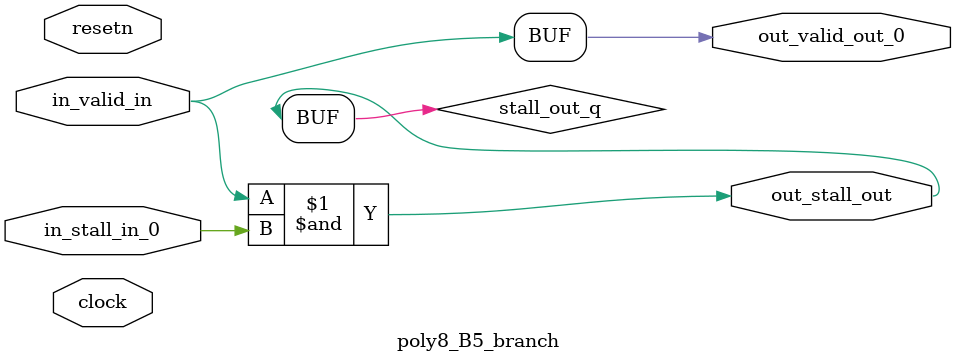
<source format=sv>



(* altera_attribute = "-name AUTO_SHIFT_REGISTER_RECOGNITION OFF; -name MESSAGE_DISABLE 10036; -name MESSAGE_DISABLE 10037; -name MESSAGE_DISABLE 14130; -name MESSAGE_DISABLE 14320; -name MESSAGE_DISABLE 15400; -name MESSAGE_DISABLE 14130; -name MESSAGE_DISABLE 10036; -name MESSAGE_DISABLE 12020; -name MESSAGE_DISABLE 12030; -name MESSAGE_DISABLE 12010; -name MESSAGE_DISABLE 12110; -name MESSAGE_DISABLE 14320; -name MESSAGE_DISABLE 13410; -name MESSAGE_DISABLE 113007; -name MESSAGE_DISABLE 10958" *)
module poly8_B5_branch (
    input wire [0:0] in_stall_in_0,
    input wire [0:0] in_valid_in,
    output wire [0:0] out_stall_out,
    output wire [0:0] out_valid_out_0,
    input wire clock,
    input wire resetn
    );

    wire [0:0] stall_out_q;


    // stall_out(LOGICAL,6)
    assign stall_out_q = in_valid_in & in_stall_in_0;

    // out_stall_out(GPOUT,4)
    assign out_stall_out = stall_out_q;

    // out_valid_out_0(GPOUT,5)
    assign out_valid_out_0 = in_valid_in;

endmodule

</source>
